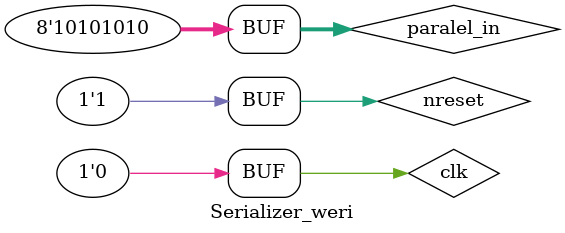
<source format=v>
`timescale 1ns / 1ps


module Serializer_weri;

	// Inputs
	reg [7:0] paralel_in;
	reg clk;
	reg nreset;

	// Outputs
	wire serial_out;

	// Instantiate the Unit Under Test (UUT)
	serializer uut (
		.paralel_in(paralel_in), 
		.clk(clk), 
		.nreset(nreset), 
		.serial_out(serial_out)
	);

	initial begin // initial - run at beginning of simulation
		// Initialize Inputs
		paralel_in = 0;
		clk = 1;
		nreset = 0; 
		// Wait 100 ns for global reset to finish
      #100; 
		
      nreset = 1;
		paralel_in = 0100010;   // wartosc poczatkowa do podania 
	end 	
	
	always begin 
	   clk = 1; 
		#10;
		clk = 0; 
		#10;
	end
		// Add stimulus here

      
endmodule


</source>
